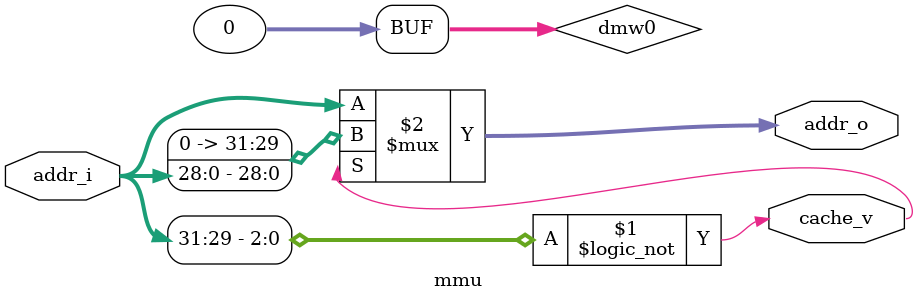
<source format=v>
module mmu (
    input  [31:0] addr_i,
    output [31:0] addr_o,
    output        cache_v
);
    
    wire [31:0] dmw0;
    assign dmw0 = 0;

    assign cache_v = (dmw0[31:29] == addr_i[31:29]);

    assign addr_o =  cache_v? {dmw0[27:25],addr_i[28:0]} : addr_i;
    
endmodule
</source>
